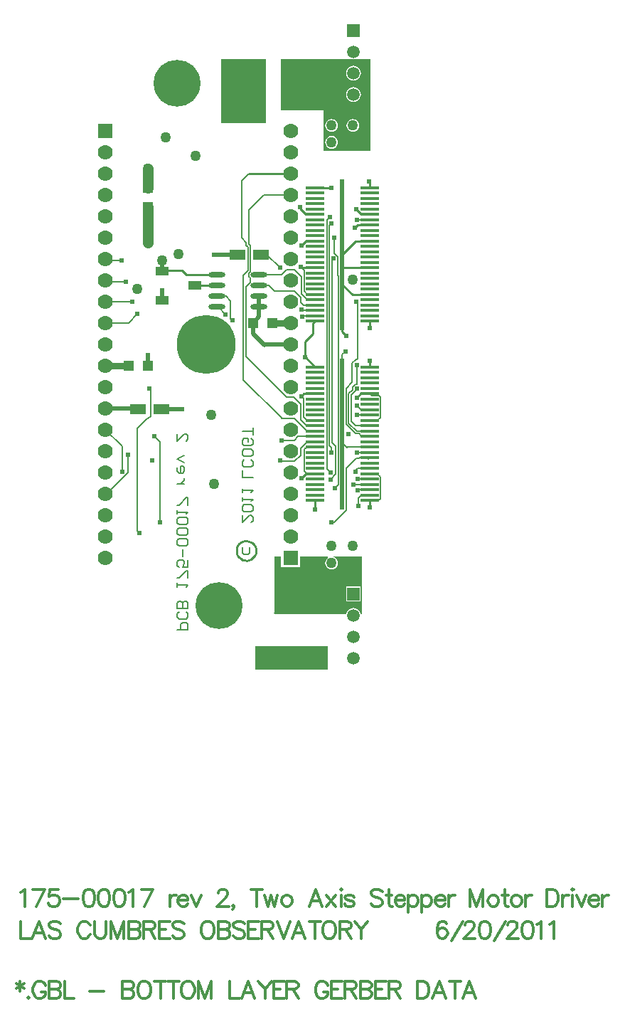
<source format=gbl>
%FSLAX23Y23*%
%MOIN*%
G70*
G01*
G75*
G04 Layer_Physical_Order=6*
G04 Layer_Color=16711680*
%ADD10R,0.079X0.236*%
%ADD11C,0.008*%
%ADD12C,0.007*%
%ADD13C,0.050*%
%ADD14C,0.020*%
%ADD15C,0.012*%
%ADD16C,0.012*%
%ADD17C,0.012*%
%ADD18R,0.070X0.070*%
%ADD19C,0.070*%
%ADD20C,0.219*%
%ADD21C,0.276*%
%ADD22C,0.059*%
%ADD23R,0.059X0.059*%
%ADD24C,0.050*%
%ADD25C,0.024*%
%ADD26C,0.040*%
%ADD27C,0.080*%
G04:AMPARAMS|DCode=28|XSize=100mil|YSize=100mil|CornerRadius=0mil|HoleSize=0mil|Usage=FLASHONLY|Rotation=0.000|XOffset=0mil|YOffset=0mil|HoleType=Round|Shape=Relief|Width=10mil|Gap=10mil|Entries=4|*
%AMTHD28*
7,0,0,0.100,0.080,0.010,45*
%
%ADD28THD28*%
%ADD29C,0.206*%
%ADD30C,0.197*%
%ADD31C,0.075*%
G04:AMPARAMS|DCode=32|XSize=85mil|YSize=85mil|CornerRadius=0mil|HoleSize=0mil|Usage=FLASHONLY|Rotation=0.000|XOffset=0mil|YOffset=0mil|HoleType=Round|Shape=Relief|Width=10mil|Gap=10mil|Entries=4|*
%AMTHD32*
7,0,0,0.085,0.065,0.010,45*
%
%ADD32THD32*%
%ADD33C,0.065*%
G04:AMPARAMS|DCode=34|XSize=70mil|YSize=70mil|CornerRadius=0mil|HoleSize=0mil|Usage=FLASHONLY|Rotation=0.000|XOffset=0mil|YOffset=0mil|HoleType=Round|Shape=Relief|Width=10mil|Gap=10mil|Entries=4|*
%AMTHD34*
7,0,0,0.070,0.050,0.010,45*
%
%ADD34THD34*%
%ADD35C,0.068*%
G04:AMPARAMS|DCode=36|XSize=88mil|YSize=88mil|CornerRadius=0mil|HoleSize=0mil|Usage=FLASHONLY|Rotation=0.000|XOffset=0mil|YOffset=0mil|HoleType=Round|Shape=Relief|Width=10mil|Gap=10mil|Entries=4|*
%AMTHD36*
7,0,0,0.088,0.068,0.010,45*
%
%ADD36THD36*%
%ADD37C,0.075*%
%ADD38C,0.010*%
%ADD39R,0.094X0.130*%
%ADD40R,0.050X0.050*%
%ADD41R,0.078X0.048*%
%ADD42R,0.050X0.050*%
%ADD43R,0.059X0.039*%
%ADD44R,0.085X0.016*%
%ADD45R,0.020X0.709*%
%ADD46R,0.130X0.094*%
%ADD47O,0.079X0.024*%
%ADD48C,0.005*%
%ADD49C,0.030*%
G36*
X32618Y20551D02*
X32612D01*
X32611Y20555D01*
X32608Y20563D01*
X32602Y20571D01*
X32595Y20576D01*
X32587Y20580D01*
X32578Y20581D01*
X32569Y20580D01*
X32560Y20576D01*
X32553Y20571D01*
X32548Y20563D01*
X32544Y20555D01*
X32544Y20551D01*
X32212D01*
X32205Y20558D01*
X32208Y20560D01*
Y20821D01*
X32238D01*
Y20771D01*
X32327D01*
Y20821D01*
X32458D01*
X32459Y20816D01*
X32454Y20813D01*
X32450Y20806D01*
X32447Y20799D01*
X32445Y20791D01*
X32447Y20783D01*
X32450Y20776D01*
X32454Y20770D01*
X32461Y20765D01*
X32468Y20762D01*
X32476Y20761D01*
X32484Y20762D01*
X32491Y20765D01*
X32497Y20770D01*
X32502Y20776D01*
X32505Y20783D01*
X32506Y20791D01*
X32505Y20799D01*
X32502Y20806D01*
X32497Y20813D01*
X32491Y20817D01*
X32484Y20820D01*
Y20820D01*
X32484D01*
X32484Y20820D01*
Y20820D01*
X32484Y20821D01*
X32618D01*
Y20551D01*
D02*
G37*
G36*
X32658Y22721D02*
X32438D01*
Y22911D01*
X32238D01*
Y23151D01*
X32658D01*
Y22721D01*
D02*
G37*
G36*
X32168Y22851D02*
X31958D01*
Y23151D01*
X32168D01*
Y22851D01*
D02*
G37*
G36*
X32458Y20291D02*
X32118D01*
Y20401D01*
X32458D01*
Y20291D01*
D02*
G37*
%LPC*%
G36*
X32612Y20681D02*
X32543D01*
Y20612D01*
X32612D01*
Y20681D01*
D02*
G37*
G36*
X32476Y22792D02*
X32468Y22791D01*
X32461Y22788D01*
X32454Y22783D01*
X32450Y22777D01*
X32447Y22770D01*
X32445Y22762D01*
X32447Y22754D01*
X32450Y22747D01*
X32454Y22740D01*
X32461Y22736D01*
X32468Y22733D01*
X32476Y22731D01*
X32484Y22733D01*
X32491Y22736D01*
X32497Y22740D01*
X32502Y22747D01*
X32505Y22754D01*
X32506Y22762D01*
X32505Y22770D01*
X32502Y22777D01*
X32497Y22783D01*
X32491Y22788D01*
X32484Y22791D01*
X32476Y22792D01*
D02*
G37*
G36*
X32578Y23021D02*
X32569Y23020D01*
X32560Y23016D01*
X32553Y23011D01*
X32548Y23003D01*
X32544Y22995D01*
X32543Y22986D01*
X32544Y22977D01*
X32548Y22969D01*
X32553Y22961D01*
X32560Y22956D01*
X32569Y22952D01*
X32578Y22951D01*
X32587Y22952D01*
X32595Y22956D01*
X32602Y22961D01*
X32608Y22969D01*
X32611Y22977D01*
X32613Y22986D01*
X32611Y22995D01*
X32608Y23003D01*
X32602Y23011D01*
X32595Y23016D01*
X32587Y23020D01*
X32578Y23021D01*
D02*
G37*
G36*
Y23121D02*
X32569Y23120D01*
X32560Y23116D01*
X32553Y23111D01*
X32548Y23103D01*
X32544Y23095D01*
X32543Y23086D01*
X32544Y23077D01*
X32548Y23069D01*
X32553Y23061D01*
X32560Y23056D01*
X32569Y23052D01*
X32578Y23051D01*
X32587Y23052D01*
X32595Y23056D01*
X32602Y23061D01*
X32608Y23069D01*
X32611Y23077D01*
X32613Y23086D01*
X32611Y23095D01*
X32608Y23103D01*
X32602Y23111D01*
X32595Y23116D01*
X32587Y23120D01*
X32578Y23121D01*
D02*
G37*
G36*
X32476Y22871D02*
X32468Y22870D01*
X32461Y22867D01*
X32454Y22863D01*
X32450Y22856D01*
X32447Y22849D01*
X32445Y22841D01*
X32447Y22833D01*
X32450Y22826D01*
X32454Y22820D01*
X32461Y22815D01*
X32468Y22812D01*
X32476Y22811D01*
X32484Y22812D01*
X32491Y22815D01*
X32497Y22820D01*
X32502Y22826D01*
X32505Y22833D01*
X32506Y22841D01*
X32505Y22849D01*
X32502Y22856D01*
X32497Y22863D01*
X32491Y22867D01*
X32484Y22870D01*
X32476Y22871D01*
D02*
G37*
G36*
X32576D02*
X32568Y22870D01*
X32561Y22867D01*
X32554Y22863D01*
X32550Y22856D01*
X32547Y22849D01*
X32545Y22841D01*
X32547Y22833D01*
X32550Y22826D01*
X32554Y22820D01*
X32561Y22815D01*
X32568Y22812D01*
X32576Y22811D01*
X32584Y22812D01*
X32591Y22815D01*
X32597Y22820D01*
X32602Y22826D01*
X32605Y22833D01*
X32606Y22841D01*
X32605Y22849D01*
X32602Y22856D01*
X32597Y22863D01*
X32591Y22867D01*
X32584Y22870D01*
X32576Y22871D01*
D02*
G37*
%LPD*%
D11*
X32172Y22236D02*
X32233Y22175D01*
X32143Y22236D02*
X32172D01*
X32091Y20864D02*
Y20839D01*
X32083Y20831D01*
X32066D01*
X32058Y20839D01*
Y20864D01*
Y21014D02*
Y20981D01*
X32091Y21014D01*
X32099D01*
X32108Y21006D01*
Y20989D01*
X32099Y20981D01*
Y21031D02*
X32108Y21039D01*
Y21056D01*
X32099Y21064D01*
X32066D01*
X32058Y21056D01*
Y21039D01*
X32066Y21031D01*
X32099D01*
X32058Y21081D02*
Y21098D01*
Y21089D01*
X32108D01*
X32099Y21081D01*
X32058Y21123D02*
Y21139D01*
Y21131D01*
X32108D01*
X32099Y21123D01*
X32108Y21191D02*
X32058D01*
Y21224D01*
X32099Y21274D02*
X32108Y21266D01*
Y21249D01*
X32099Y21241D01*
X32066D01*
X32058Y21249D01*
Y21266D01*
X32066Y21274D01*
X32108Y21316D02*
Y21299D01*
X32099Y21291D01*
X32066D01*
X32058Y21299D01*
Y21316D01*
X32066Y21324D01*
X32099D01*
X32108Y21316D01*
X32099Y21374D02*
X32108Y21366D01*
Y21349D01*
X32099Y21341D01*
X32066D01*
X32058Y21349D01*
Y21366D01*
X32066Y21374D01*
X32083D01*
Y21358D01*
X32108Y21391D02*
Y21424D01*
Y21408D01*
X32058D01*
X31752Y20480D02*
X31802D01*
Y20505D01*
X31793Y20513D01*
X31777D01*
X31768Y20505D01*
Y20480D01*
X31793Y20563D02*
X31802Y20555D01*
Y20538D01*
X31793Y20530D01*
X31760D01*
X31752Y20538D01*
Y20555D01*
X31760Y20563D01*
X31802Y20580D02*
X31752D01*
Y20605D01*
X31760Y20613D01*
X31768D01*
X31777Y20605D01*
Y20580D01*
Y20605D01*
X31785Y20613D01*
X31793D01*
X31802Y20605D01*
Y20580D01*
X31752Y20680D02*
Y20697D01*
Y20688D01*
X31802D01*
X31793Y20680D01*
X31802Y20722D02*
Y20755D01*
X31793D01*
X31760Y20722D01*
X31752D01*
X31802Y20805D02*
Y20772D01*
X31777D01*
X31785Y20788D01*
Y20797D01*
X31777Y20805D01*
X31760D01*
X31752Y20797D01*
Y20780D01*
X31760Y20772D01*
X31777Y20822D02*
Y20855D01*
X31793Y20872D02*
X31802Y20880D01*
Y20897D01*
X31793Y20905D01*
X31760D01*
X31752Y20897D01*
Y20880D01*
X31760Y20872D01*
X31793D01*
Y20922D02*
X31802Y20930D01*
Y20947D01*
X31793Y20955D01*
X31760D01*
X31752Y20947D01*
Y20930D01*
X31760Y20922D01*
X31793D01*
Y20972D02*
X31802Y20980D01*
Y20997D01*
X31793Y21005D01*
X31760D01*
X31752Y20997D01*
Y20980D01*
X31760Y20972D01*
X31793D01*
X31752Y21022D02*
Y21038D01*
Y21030D01*
X31802D01*
X31793Y21022D01*
X31802Y21063D02*
Y21097D01*
X31793D01*
X31760Y21063D01*
X31752D01*
X31785Y21163D02*
X31752D01*
X31768D01*
X31777Y21172D01*
X31785Y21180D01*
Y21188D01*
X31752Y21238D02*
Y21221D01*
X31760Y21213D01*
X31777D01*
X31785Y21221D01*
Y21238D01*
X31777Y21246D01*
X31768D01*
Y21213D01*
X31785Y21263D02*
X31752Y21280D01*
X31785Y21296D01*
X31752Y21396D02*
Y21363D01*
X31785Y21396D01*
X31793D01*
X31802Y21388D01*
Y21371D01*
X31793Y21363D01*
D12*
X31521Y21216D02*
Y21300D01*
X31421Y21116D02*
X31521Y21216D01*
X31416Y21116D02*
X31421D01*
X31645Y21385D02*
X31670Y21360D01*
Y20981D02*
Y21360D01*
X32159Y22516D02*
X32283D01*
X32088Y22445D02*
X32159Y22516D01*
X32298Y21568D02*
X32331Y21536D01*
Y21496D02*
Y21536D01*
X32330Y21495D02*
X32331Y21496D01*
X32330Y21461D02*
Y21495D01*
Y21461D02*
X32357Y21434D01*
X32333Y21977D02*
X32336Y21974D01*
X32333Y21977D02*
Y21979D01*
X32339Y21945D02*
X32343Y21949D01*
X32398D01*
X32599Y21184D02*
X32599Y21184D01*
X32002Y21936D02*
X32010Y21928D01*
X32526Y21768D02*
X32541Y21782D01*
X32526Y21396D02*
Y21768D01*
X31627Y21479D02*
Y21603D01*
X31622Y21608D02*
X31627Y21603D01*
X31615Y21467D02*
X31627Y21479D01*
X31612Y21467D02*
X31615D01*
X31566Y21421D02*
X31612Y21467D01*
X31566Y20941D02*
Y21421D01*
X32279Y22064D02*
X32302D01*
X32208D02*
X32232D01*
X32279D01*
X32181Y22091D02*
X32208Y22064D01*
X32136Y22091D02*
X32181D01*
X32054Y22314D02*
X32076Y22292D01*
Y22279D02*
Y22292D01*
Y22279D02*
X32083Y22272D01*
Y22161D02*
Y22272D01*
X32088Y22284D02*
X32095Y22277D01*
X32054Y22314D02*
Y22583D01*
X32062Y21648D02*
X32243Y21468D01*
X32062Y21648D02*
Y22140D01*
X32083Y22161D01*
X32054Y22583D02*
X32088Y22616D01*
X32094Y22105D02*
Y22127D01*
X32095Y22156D02*
Y22277D01*
X32263Y21568D02*
X32298D01*
X32074Y21757D02*
X32263Y21568D01*
X32074Y21757D02*
Y22085D01*
X32094Y22105D01*
X32088Y22133D02*
X32094Y22127D01*
X32088Y22133D02*
Y22149D01*
X32095Y22156D01*
X32088Y22284D02*
Y22445D01*
X31416Y22216D02*
X31424Y22208D01*
X31490D01*
X31416Y22116D02*
X31424Y22108D01*
X31511D01*
X31416Y22016D02*
X31417Y22015D01*
X31542D01*
X31416Y21916D02*
X31523D01*
X31563Y21957D01*
X31566Y20941D02*
X31576Y20932D01*
X32476Y20981D02*
X32488D01*
X32544Y21037D01*
X31416Y21416D02*
X31494Y21339D01*
Y21218D02*
Y21339D01*
X32507Y21158D02*
Y21190D01*
X32492Y21143D02*
X32507Y21158D01*
X32578Y21159D02*
X32578Y21159D01*
X32653D01*
X32587Y21218D02*
Y21224D01*
X32597Y21234D01*
X32544Y21037D02*
Y21236D01*
X32597Y21234D02*
X32597Y21234D01*
X32653D01*
X32544Y21236D02*
X32591Y21283D01*
X32604D01*
X32605Y21284D01*
X32653D01*
X31939Y22041D02*
X31980D01*
X32002Y22019D01*
Y21936D02*
Y22019D01*
X31939Y21991D02*
X31943D01*
X31979Y21955D01*
X32336Y21974D02*
X32398D01*
X32242Y21467D02*
X32243Y21468D01*
X32241Y21365D02*
X32242Y21366D01*
X31634Y21273D02*
X31636Y21271D01*
X32240Y21268D02*
X32240Y21268D01*
X32593Y21530D02*
X32614Y21509D01*
X32653D01*
X32601Y21484D02*
X32653D01*
X32556Y21446D02*
Y21584D01*
X32544Y21441D02*
Y21610D01*
X32568Y21579D02*
X32595Y21606D01*
X32568Y21455D02*
Y21579D01*
Y21455D02*
X32589Y21434D01*
X32653D01*
X32603Y21397D02*
X32616Y21384D01*
X32588Y21397D02*
X32603D01*
X32544Y21441D02*
X32588Y21397D01*
X32593Y21409D02*
X32653D01*
X32556Y21446D02*
X32593Y21409D01*
X32616Y21384D02*
X32653D01*
X32556Y21584D02*
X32573Y21602D01*
X32544Y21610D02*
X32572Y21639D01*
X32597Y21134D02*
X32597Y21134D01*
X32653D01*
X32507Y21190D02*
Y22138D01*
X32506Y22139D02*
X32507Y22138D01*
X32506Y22139D02*
Y22226D01*
X32489Y22243D02*
X32506Y22226D01*
X32489Y22243D02*
Y22316D01*
X32477Y22208D02*
X32486Y22217D01*
X32477Y21354D02*
Y22208D01*
Y21354D02*
X32494Y21337D01*
Y21328D02*
Y21337D01*
Y21328D02*
X32494Y21328D01*
Y21207D02*
Y21328D01*
X32471Y21183D02*
X32494Y21207D01*
X32599Y21184D02*
X32653D01*
X32465Y22374D02*
X32474Y22383D01*
X32476D01*
X32465Y21342D02*
Y22374D01*
Y21342D02*
X32474Y21333D01*
Y21307D02*
Y21333D01*
X32573Y21602D02*
Y21616D01*
X32653Y22399D02*
X32653Y22399D01*
X32593Y22399D02*
X32653D01*
X32453Y22398D02*
X32468Y22413D01*
X32453Y21233D02*
Y22398D01*
Y21233D02*
X32470Y21216D01*
X32597Y21749D02*
Y22014D01*
X32592D02*
X32597D01*
X32589Y21741D02*
X32597Y21749D01*
X32587Y21741D02*
X32589D01*
X32572Y21727D02*
X32587Y21741D01*
X32572Y21639D02*
Y21727D01*
X32593Y21717D02*
X32595Y21719D01*
X32593Y21629D02*
Y21717D01*
X32587Y21629D02*
X32593D01*
X32573Y21616D02*
X32587Y21629D01*
X32594Y21607D02*
X32595Y21606D01*
X32240Y21268D02*
X32302D01*
X32331Y21296D01*
Y21328D01*
X32361Y21359D01*
X32398D01*
X32242Y21366D02*
X32301D01*
X32318Y21384D01*
X32398D01*
X32243Y21468D02*
X32302D01*
X32361Y21409D01*
X32398D01*
X32357Y21434D02*
X32398D01*
X32526Y21355D02*
Y21396D01*
Y21355D02*
X32548Y21333D01*
X32549Y21334D01*
X32653D01*
X32651Y21309D02*
X32654Y21312D01*
X32595Y21309D02*
X32651D01*
X32594Y21308D02*
X32595Y21309D01*
X32654Y21309D02*
Y21312D01*
X32653Y21309D02*
X32654Y21309D01*
X32648Y21279D02*
X32653Y21284D01*
X32616Y21234D02*
X32653D01*
X32616Y21184D02*
X32653D01*
X32614Y21159D02*
X32653D01*
X32602Y21059D02*
Y21095D01*
X32616Y21109D01*
X32653D01*
X32136Y22141D02*
X32240D01*
X32263Y22164D01*
X32302D01*
X32335Y22131D01*
Y22117D02*
Y22131D01*
X32334Y22116D02*
X32335Y22117D01*
X32334Y22051D02*
Y22116D01*
Y22051D02*
X32361Y22024D01*
X32398D01*
X32331Y22012D02*
X32344Y21999D01*
X32302Y22064D02*
X32331Y22036D01*
Y22012D02*
Y22036D01*
X32344Y21999D02*
X32398D01*
D13*
X31988Y22881D02*
Y22941D01*
X31613Y22549D02*
Y22640D01*
Y22293D02*
X31614Y22292D01*
X31613Y22293D02*
Y22459D01*
D14*
X31774Y21511D02*
X31775Y21512D01*
X31563Y21516D02*
X31568Y21511D01*
X31416Y21516D02*
X31563D01*
X31681Y22160D02*
X31681Y22160D01*
X31681Y22160D02*
Y22210D01*
X32166Y21816D02*
X32283D01*
X32161Y21811D02*
X32166Y21816D01*
X32108Y21864D02*
X32161Y21811D01*
X32108Y21864D02*
Y21916D01*
X31924Y22236D02*
X32033D01*
X32136Y21944D02*
Y21991D01*
X32108Y21916D02*
X32136Y21944D01*
Y21991D02*
Y22041D01*
X31681Y22068D02*
X31681Y22068D01*
Y22022D02*
Y22068D01*
X31775Y21511D02*
Y21512D01*
X31678Y21511D02*
X31774D01*
X31613Y21716D02*
Y21766D01*
D15*
X31016Y18832D02*
Y18786D01*
X30997Y18821D02*
X31035Y18798D01*
Y18821D02*
X30997Y18798D01*
X31055Y18760D02*
X31051Y18756D01*
X31055Y18752D01*
X31059Y18756D01*
X31055Y18760D01*
X31133Y18813D02*
X31130Y18821D01*
X31122Y18828D01*
X31114Y18832D01*
X31099D01*
X31092Y18828D01*
X31084Y18821D01*
X31080Y18813D01*
X31076Y18802D01*
Y18783D01*
X31080Y18771D01*
X31084Y18763D01*
X31092Y18756D01*
X31099Y18752D01*
X31114D01*
X31122Y18756D01*
X31130Y18763D01*
X31133Y18771D01*
Y18783D01*
X31114D02*
X31133D01*
X31152Y18832D02*
Y18752D01*
Y18832D02*
X31186D01*
X31197Y18828D01*
X31201Y18824D01*
X31205Y18817D01*
Y18809D01*
X31201Y18802D01*
X31197Y18798D01*
X31186Y18794D01*
X31152D02*
X31186D01*
X31197Y18790D01*
X31201Y18786D01*
X31205Y18779D01*
Y18767D01*
X31201Y18760D01*
X31197Y18756D01*
X31186Y18752D01*
X31152D01*
X31223Y18832D02*
Y18752D01*
X31269D01*
X31340Y18786D02*
X31409D01*
X31495Y18832D02*
Y18752D01*
Y18832D02*
X31530D01*
X31541Y18828D01*
X31545Y18824D01*
X31549Y18817D01*
Y18809D01*
X31545Y18802D01*
X31541Y18798D01*
X31530Y18794D01*
X31495D02*
X31530D01*
X31541Y18790D01*
X31545Y18786D01*
X31549Y18779D01*
Y18767D01*
X31545Y18760D01*
X31541Y18756D01*
X31530Y18752D01*
X31495D01*
X31589Y18832D02*
X31582Y18828D01*
X31574Y18821D01*
X31570Y18813D01*
X31567Y18802D01*
Y18783D01*
X31570Y18771D01*
X31574Y18763D01*
X31582Y18756D01*
X31589Y18752D01*
X31605D01*
X31612Y18756D01*
X31620Y18763D01*
X31624Y18771D01*
X31627Y18783D01*
Y18802D01*
X31624Y18813D01*
X31620Y18821D01*
X31612Y18828D01*
X31605Y18832D01*
X31589D01*
X31673D02*
Y18752D01*
X31646Y18832D02*
X31699D01*
X31736D02*
Y18752D01*
X31709Y18832D02*
X31762D01*
X31795D02*
X31787Y18828D01*
X31779Y18821D01*
X31776Y18813D01*
X31772Y18802D01*
Y18783D01*
X31776Y18771D01*
X31779Y18763D01*
X31787Y18756D01*
X31795Y18752D01*
X31810D01*
X31818Y18756D01*
X31825Y18763D01*
X31829Y18771D01*
X31833Y18783D01*
Y18802D01*
X31829Y18813D01*
X31825Y18821D01*
X31818Y18828D01*
X31810Y18832D01*
X31795D01*
X31851D02*
Y18752D01*
Y18832D02*
X31882Y18752D01*
X31912Y18832D02*
X31882Y18752D01*
X31912Y18832D02*
Y18752D01*
X31998Y18832D02*
Y18752D01*
X32044D01*
X32113D02*
X32083Y18832D01*
X32053Y18752D01*
X32064Y18779D02*
X32102D01*
X32132Y18832D02*
X32163Y18794D01*
Y18752D01*
X32193Y18832D02*
X32163Y18794D01*
X32253Y18832D02*
X32203D01*
Y18752D01*
X32253D01*
X32203Y18794D02*
X32234D01*
X32266Y18832D02*
Y18752D01*
Y18832D02*
X32300D01*
X32312Y18828D01*
X32316Y18824D01*
X32320Y18817D01*
Y18809D01*
X32316Y18802D01*
X32312Y18798D01*
X32300Y18794D01*
X32266D01*
X32293D02*
X32320Y18752D01*
X32457Y18813D02*
X32454Y18821D01*
X32446Y18828D01*
X32438Y18832D01*
X32423D01*
X32416Y18828D01*
X32408Y18821D01*
X32404Y18813D01*
X32400Y18802D01*
Y18783D01*
X32404Y18771D01*
X32408Y18763D01*
X32416Y18756D01*
X32423Y18752D01*
X32438D01*
X32446Y18756D01*
X32454Y18763D01*
X32457Y18771D01*
Y18783D01*
X32438D02*
X32457D01*
X32525Y18832D02*
X32476D01*
Y18752D01*
X32525D01*
X32476Y18794D02*
X32506D01*
X32539Y18832D02*
Y18752D01*
Y18832D02*
X32573D01*
X32584Y18828D01*
X32588Y18824D01*
X32592Y18817D01*
Y18809D01*
X32588Y18802D01*
X32584Y18798D01*
X32573Y18794D01*
X32539D01*
X32565D02*
X32592Y18752D01*
X32610Y18832D02*
Y18752D01*
Y18832D02*
X32644D01*
X32655Y18828D01*
X32659Y18824D01*
X32663Y18817D01*
Y18809D01*
X32659Y18802D01*
X32655Y18798D01*
X32644Y18794D01*
X32610D02*
X32644D01*
X32655Y18790D01*
X32659Y18786D01*
X32663Y18779D01*
Y18767D01*
X32659Y18760D01*
X32655Y18756D01*
X32644Y18752D01*
X32610D01*
X32730Y18832D02*
X32681D01*
Y18752D01*
X32730D01*
X32681Y18794D02*
X32711D01*
X32744Y18832D02*
Y18752D01*
Y18832D02*
X32778D01*
X32790Y18828D01*
X32793Y18824D01*
X32797Y18817D01*
Y18809D01*
X32793Y18802D01*
X32790Y18798D01*
X32778Y18794D01*
X32744D01*
X32770D02*
X32797Y18752D01*
X32878Y18832D02*
Y18752D01*
Y18832D02*
X32905D01*
X32916Y18828D01*
X32924Y18821D01*
X32927Y18813D01*
X32931Y18802D01*
Y18783D01*
X32927Y18771D01*
X32924Y18763D01*
X32916Y18756D01*
X32905Y18752D01*
X32878D01*
X33010D02*
X32980Y18832D01*
X32949Y18752D01*
X32961Y18779D02*
X32999D01*
X33055Y18832D02*
Y18752D01*
X33029Y18832D02*
X33082D01*
X33152Y18752D02*
X33122Y18832D01*
X33092Y18752D01*
X33103Y18779D02*
X33141D01*
D16*
X31018Y19113D02*
Y19033D01*
X31063D01*
X31133D02*
X31103Y19113D01*
X31072Y19033D01*
X31084Y19059D02*
X31122D01*
X31205Y19101D02*
X31198Y19109D01*
X31186Y19113D01*
X31171D01*
X31159Y19109D01*
X31152Y19101D01*
Y19094D01*
X31156Y19086D01*
X31159Y19082D01*
X31167Y19078D01*
X31190Y19071D01*
X31198Y19067D01*
X31201Y19063D01*
X31205Y19055D01*
Y19044D01*
X31198Y19036D01*
X31186Y19033D01*
X31171D01*
X31159Y19036D01*
X31152Y19044D01*
X31343Y19094D02*
X31339Y19101D01*
X31332Y19109D01*
X31324Y19113D01*
X31309D01*
X31301Y19109D01*
X31294Y19101D01*
X31290Y19094D01*
X31286Y19082D01*
Y19063D01*
X31290Y19052D01*
X31294Y19044D01*
X31301Y19036D01*
X31309Y19033D01*
X31324D01*
X31332Y19036D01*
X31339Y19044D01*
X31343Y19052D01*
X31366Y19113D02*
Y19055D01*
X31369Y19044D01*
X31377Y19036D01*
X31388Y19033D01*
X31396D01*
X31407Y19036D01*
X31415Y19044D01*
X31419Y19055D01*
Y19113D01*
X31441D02*
Y19033D01*
Y19113D02*
X31471Y19033D01*
X31502Y19113D02*
X31471Y19033D01*
X31502Y19113D02*
Y19033D01*
X31525Y19113D02*
Y19033D01*
Y19113D02*
X31559D01*
X31570Y19109D01*
X31574Y19105D01*
X31578Y19097D01*
Y19090D01*
X31574Y19082D01*
X31570Y19078D01*
X31559Y19075D01*
X31525D02*
X31559D01*
X31570Y19071D01*
X31574Y19067D01*
X31578Y19059D01*
Y19048D01*
X31574Y19040D01*
X31570Y19036D01*
X31559Y19033D01*
X31525D01*
X31596Y19113D02*
Y19033D01*
Y19113D02*
X31630D01*
X31642Y19109D01*
X31645Y19105D01*
X31649Y19097D01*
Y19090D01*
X31645Y19082D01*
X31642Y19078D01*
X31630Y19075D01*
X31596D01*
X31623D02*
X31649Y19033D01*
X31717Y19113D02*
X31667D01*
Y19033D01*
X31717D01*
X31667Y19075D02*
X31698D01*
X31783Y19101D02*
X31776Y19109D01*
X31764Y19113D01*
X31749D01*
X31738Y19109D01*
X31730Y19101D01*
Y19094D01*
X31734Y19086D01*
X31738Y19082D01*
X31745Y19078D01*
X31768Y19071D01*
X31776Y19067D01*
X31780Y19063D01*
X31783Y19055D01*
Y19044D01*
X31776Y19036D01*
X31764Y19033D01*
X31749D01*
X31738Y19036D01*
X31730Y19044D01*
X31887Y19113D02*
X31879Y19109D01*
X31872Y19101D01*
X31868Y19094D01*
X31864Y19082D01*
Y19063D01*
X31868Y19052D01*
X31872Y19044D01*
X31879Y19036D01*
X31887Y19033D01*
X31902D01*
X31910Y19036D01*
X31917Y19044D01*
X31921Y19052D01*
X31925Y19063D01*
Y19082D01*
X31921Y19094D01*
X31917Y19101D01*
X31910Y19109D01*
X31902Y19113D01*
X31887D01*
X31944D02*
Y19033D01*
Y19113D02*
X31978D01*
X31989Y19109D01*
X31993Y19105D01*
X31997Y19097D01*
Y19090D01*
X31993Y19082D01*
X31989Y19078D01*
X31978Y19075D01*
X31944D02*
X31978D01*
X31989Y19071D01*
X31993Y19067D01*
X31997Y19059D01*
Y19048D01*
X31993Y19040D01*
X31989Y19036D01*
X31978Y19033D01*
X31944D01*
X32068Y19101D02*
X32061Y19109D01*
X32049Y19113D01*
X32034D01*
X32023Y19109D01*
X32015Y19101D01*
Y19094D01*
X32019Y19086D01*
X32023Y19082D01*
X32030Y19078D01*
X32053Y19071D01*
X32061Y19067D01*
X32064Y19063D01*
X32068Y19055D01*
Y19044D01*
X32061Y19036D01*
X32049Y19033D01*
X32034D01*
X32023Y19036D01*
X32015Y19044D01*
X32136Y19113D02*
X32086D01*
Y19033D01*
X32136D01*
X32086Y19075D02*
X32117D01*
X32149Y19113D02*
Y19033D01*
Y19113D02*
X32183D01*
X32195Y19109D01*
X32198Y19105D01*
X32202Y19097D01*
Y19090D01*
X32198Y19082D01*
X32195Y19078D01*
X32183Y19075D01*
X32149D01*
X32176D02*
X32202Y19033D01*
X32220Y19113D02*
X32251Y19033D01*
X32281Y19113D02*
X32251Y19033D01*
X32352D02*
X32322Y19113D01*
X32291Y19033D01*
X32303Y19059D02*
X32341D01*
X32398Y19113D02*
Y19033D01*
X32371Y19113D02*
X32424D01*
X32457D02*
X32449Y19109D01*
X32441Y19101D01*
X32438Y19094D01*
X32434Y19082D01*
Y19063D01*
X32438Y19052D01*
X32441Y19044D01*
X32449Y19036D01*
X32457Y19033D01*
X32472D01*
X32480Y19036D01*
X32487Y19044D01*
X32491Y19052D01*
X32495Y19063D01*
Y19082D01*
X32491Y19094D01*
X32487Y19101D01*
X32480Y19109D01*
X32472Y19113D01*
X32457D01*
X32513D02*
Y19033D01*
Y19113D02*
X32548D01*
X32559Y19109D01*
X32563Y19105D01*
X32567Y19097D01*
Y19090D01*
X32563Y19082D01*
X32559Y19078D01*
X32548Y19075D01*
X32513D01*
X32540D02*
X32567Y19033D01*
X32585Y19113D02*
X32615Y19075D01*
Y19033D01*
X32646Y19113D02*
X32615Y19075D01*
X33016Y19101D02*
X33012Y19109D01*
X33001Y19113D01*
X32993D01*
X32982Y19109D01*
X32974Y19097D01*
X32970Y19078D01*
Y19059D01*
X32974Y19044D01*
X32982Y19036D01*
X32993Y19033D01*
X32997D01*
X33008Y19036D01*
X33016Y19044D01*
X33020Y19055D01*
Y19059D01*
X33016Y19071D01*
X33008Y19078D01*
X32997Y19082D01*
X32993D01*
X32982Y19078D01*
X32974Y19071D01*
X32970Y19059D01*
X33037Y19021D02*
X33090Y19113D01*
X33100Y19094D02*
Y19097D01*
X33103Y19105D01*
X33107Y19109D01*
X33115Y19113D01*
X33130D01*
X33138Y19109D01*
X33142Y19105D01*
X33145Y19097D01*
Y19090D01*
X33142Y19082D01*
X33134Y19071D01*
X33096Y19033D01*
X33149D01*
X33190Y19113D02*
X33178Y19109D01*
X33171Y19097D01*
X33167Y19078D01*
Y19067D01*
X33171Y19048D01*
X33178Y19036D01*
X33190Y19033D01*
X33198D01*
X33209Y19036D01*
X33217Y19048D01*
X33220Y19067D01*
Y19078D01*
X33217Y19097D01*
X33209Y19109D01*
X33198Y19113D01*
X33190D01*
X33238Y19021D02*
X33292Y19113D01*
X33301Y19094D02*
Y19097D01*
X33305Y19105D01*
X33308Y19109D01*
X33316Y19113D01*
X33331D01*
X33339Y19109D01*
X33343Y19105D01*
X33346Y19097D01*
Y19090D01*
X33343Y19082D01*
X33335Y19071D01*
X33297Y19033D01*
X33350D01*
X33391Y19113D02*
X33380Y19109D01*
X33372Y19097D01*
X33368Y19078D01*
Y19067D01*
X33372Y19048D01*
X33380Y19036D01*
X33391Y19033D01*
X33399D01*
X33410Y19036D01*
X33418Y19048D01*
X33421Y19067D01*
Y19078D01*
X33418Y19097D01*
X33410Y19109D01*
X33399Y19113D01*
X33391D01*
X33439Y19097D02*
X33447Y19101D01*
X33458Y19113D01*
Y19033D01*
X33498Y19097D02*
X33506Y19101D01*
X33517Y19113D01*
Y19033D01*
D17*
X31018Y19247D02*
X31025Y19251D01*
X31037Y19263D01*
Y19183D01*
X31130Y19263D02*
X31092Y19183D01*
X31076Y19263D02*
X31130D01*
X31193D02*
X31155D01*
X31151Y19228D01*
X31155Y19232D01*
X31167Y19236D01*
X31178D01*
X31190Y19232D01*
X31197Y19225D01*
X31201Y19213D01*
Y19205D01*
X31197Y19194D01*
X31190Y19186D01*
X31178Y19183D01*
X31167D01*
X31155Y19186D01*
X31151Y19190D01*
X31148Y19198D01*
X31219Y19217D02*
X31287D01*
X31334Y19263D02*
X31322Y19259D01*
X31315Y19247D01*
X31311Y19228D01*
Y19217D01*
X31315Y19198D01*
X31322Y19186D01*
X31334Y19183D01*
X31342D01*
X31353Y19186D01*
X31361Y19198D01*
X31364Y19217D01*
Y19228D01*
X31361Y19247D01*
X31353Y19259D01*
X31342Y19263D01*
X31334D01*
X31405D02*
X31394Y19259D01*
X31386Y19247D01*
X31382Y19228D01*
Y19217D01*
X31386Y19198D01*
X31394Y19186D01*
X31405Y19183D01*
X31413D01*
X31424Y19186D01*
X31432Y19198D01*
X31436Y19217D01*
Y19228D01*
X31432Y19247D01*
X31424Y19259D01*
X31413Y19263D01*
X31405D01*
X31476D02*
X31465Y19259D01*
X31457Y19247D01*
X31454Y19228D01*
Y19217D01*
X31457Y19198D01*
X31465Y19186D01*
X31476Y19183D01*
X31484D01*
X31495Y19186D01*
X31503Y19198D01*
X31507Y19217D01*
Y19228D01*
X31503Y19247D01*
X31495Y19259D01*
X31484Y19263D01*
X31476D01*
X31525Y19247D02*
X31532Y19251D01*
X31544Y19263D01*
Y19183D01*
X31637Y19263D02*
X31599Y19183D01*
X31583Y19263D02*
X31637D01*
X31717Y19236D02*
Y19183D01*
Y19213D02*
X31721Y19225D01*
X31729Y19232D01*
X31736Y19236D01*
X31748D01*
X31755Y19213D02*
X31801D01*
Y19221D01*
X31797Y19228D01*
X31793Y19232D01*
X31786Y19236D01*
X31774D01*
X31767Y19232D01*
X31759Y19225D01*
X31755Y19213D01*
Y19205D01*
X31759Y19194D01*
X31767Y19186D01*
X31774Y19183D01*
X31786D01*
X31793Y19186D01*
X31801Y19194D01*
X31818Y19236D02*
X31841Y19183D01*
X31864Y19236D02*
X31841Y19183D01*
X31943Y19244D02*
Y19247D01*
X31947Y19255D01*
X31951Y19259D01*
X31959Y19263D01*
X31974D01*
X31981Y19259D01*
X31985Y19255D01*
X31989Y19247D01*
Y19240D01*
X31985Y19232D01*
X31978Y19221D01*
X31939Y19183D01*
X31993D01*
X32018Y19186D02*
X32015Y19183D01*
X32011Y19186D01*
X32015Y19190D01*
X32018Y19186D01*
Y19179D01*
X32015Y19171D01*
X32011Y19167D01*
X32125Y19263D02*
Y19183D01*
X32099Y19263D02*
X32152D01*
X32162Y19236D02*
X32177Y19183D01*
X32192Y19236D02*
X32177Y19183D01*
X32192Y19236D02*
X32207Y19183D01*
X32222Y19236D02*
X32207Y19183D01*
X32260Y19236D02*
X32253Y19232D01*
X32245Y19225D01*
X32241Y19213D01*
Y19205D01*
X32245Y19194D01*
X32253Y19186D01*
X32260Y19183D01*
X32272D01*
X32279Y19186D01*
X32287Y19194D01*
X32291Y19205D01*
Y19213D01*
X32287Y19225D01*
X32279Y19232D01*
X32272Y19236D01*
X32260D01*
X32432Y19183D02*
X32401Y19263D01*
X32371Y19183D01*
X32382Y19209D02*
X32421D01*
X32451Y19236D02*
X32493Y19183D01*
Y19236D02*
X32451Y19183D01*
X32517Y19263D02*
X32521Y19259D01*
X32525Y19263D01*
X32521Y19266D01*
X32517Y19263D01*
X32521Y19236D02*
Y19183D01*
X32581Y19225D02*
X32577Y19232D01*
X32565Y19236D01*
X32554D01*
X32542Y19232D01*
X32539Y19225D01*
X32542Y19217D01*
X32550Y19213D01*
X32569Y19209D01*
X32577Y19205D01*
X32581Y19198D01*
Y19194D01*
X32577Y19186D01*
X32565Y19183D01*
X32554D01*
X32542Y19186D01*
X32539Y19194D01*
X32713Y19251D02*
X32706Y19259D01*
X32694Y19263D01*
X32679D01*
X32668Y19259D01*
X32660Y19251D01*
Y19244D01*
X32664Y19236D01*
X32668Y19232D01*
X32675Y19228D01*
X32698Y19221D01*
X32706Y19217D01*
X32710Y19213D01*
X32713Y19205D01*
Y19194D01*
X32706Y19186D01*
X32694Y19183D01*
X32679D01*
X32668Y19186D01*
X32660Y19194D01*
X32743Y19263D02*
Y19198D01*
X32747Y19186D01*
X32754Y19183D01*
X32762D01*
X32731Y19236D02*
X32758D01*
X32773Y19213D02*
X32819D01*
Y19221D01*
X32815Y19228D01*
X32811Y19232D01*
X32804Y19236D01*
X32792D01*
X32785Y19232D01*
X32777Y19225D01*
X32773Y19213D01*
Y19205D01*
X32777Y19194D01*
X32785Y19186D01*
X32792Y19183D01*
X32804D01*
X32811Y19186D01*
X32819Y19194D01*
X32836Y19236D02*
Y19156D01*
Y19225D02*
X32844Y19232D01*
X32851Y19236D01*
X32863D01*
X32870Y19232D01*
X32878Y19225D01*
X32882Y19213D01*
Y19205D01*
X32878Y19194D01*
X32870Y19186D01*
X32863Y19183D01*
X32851D01*
X32844Y19186D01*
X32836Y19194D01*
X32899Y19236D02*
Y19156D01*
Y19225D02*
X32907Y19232D01*
X32914Y19236D01*
X32926D01*
X32933Y19232D01*
X32941Y19225D01*
X32945Y19213D01*
Y19205D01*
X32941Y19194D01*
X32933Y19186D01*
X32926Y19183D01*
X32914D01*
X32907Y19186D01*
X32899Y19194D01*
X32962Y19213D02*
X33007D01*
Y19221D01*
X33004Y19228D01*
X33000Y19232D01*
X32992Y19236D01*
X32981D01*
X32973Y19232D01*
X32966Y19225D01*
X32962Y19213D01*
Y19205D01*
X32966Y19194D01*
X32973Y19186D01*
X32981Y19183D01*
X32992D01*
X33000Y19186D01*
X33007Y19194D01*
X33025Y19236D02*
Y19183D01*
Y19213D02*
X33028Y19225D01*
X33036Y19232D01*
X33044Y19236D01*
X33055D01*
X33125Y19263D02*
Y19183D01*
Y19263D02*
X33156Y19183D01*
X33186Y19263D02*
X33156Y19183D01*
X33186Y19263D02*
Y19183D01*
X33228Y19236D02*
X33220Y19232D01*
X33213Y19225D01*
X33209Y19213D01*
Y19205D01*
X33213Y19194D01*
X33220Y19186D01*
X33228Y19183D01*
X33239D01*
X33247Y19186D01*
X33255Y19194D01*
X33258Y19205D01*
Y19213D01*
X33255Y19225D01*
X33247Y19232D01*
X33239Y19236D01*
X33228D01*
X33287Y19263D02*
Y19198D01*
X33291Y19186D01*
X33299Y19183D01*
X33306D01*
X33276Y19236D02*
X33303D01*
X33337D02*
X33329Y19232D01*
X33322Y19225D01*
X33318Y19213D01*
Y19205D01*
X33322Y19194D01*
X33329Y19186D01*
X33337Y19183D01*
X33348D01*
X33356Y19186D01*
X33364Y19194D01*
X33367Y19205D01*
Y19213D01*
X33364Y19225D01*
X33356Y19232D01*
X33348Y19236D01*
X33337D01*
X33385D02*
Y19183D01*
Y19213D02*
X33389Y19225D01*
X33396Y19232D01*
X33404Y19236D01*
X33415D01*
X33485Y19263D02*
Y19183D01*
Y19263D02*
X33512D01*
X33524Y19259D01*
X33531Y19251D01*
X33535Y19244D01*
X33539Y19232D01*
Y19213D01*
X33535Y19202D01*
X33531Y19194D01*
X33524Y19186D01*
X33512Y19183D01*
X33485D01*
X33557Y19236D02*
Y19183D01*
Y19213D02*
X33560Y19225D01*
X33568Y19232D01*
X33576Y19236D01*
X33587D01*
X33602Y19263D02*
X33606Y19259D01*
X33610Y19263D01*
X33606Y19266D01*
X33602Y19263D01*
X33606Y19236D02*
Y19183D01*
X33624Y19236D02*
X33647Y19183D01*
X33669Y19236D02*
X33647Y19183D01*
X33682Y19213D02*
X33728D01*
Y19221D01*
X33724Y19228D01*
X33720Y19232D01*
X33713Y19236D01*
X33701D01*
X33694Y19232D01*
X33686Y19225D01*
X33682Y19213D01*
Y19205D01*
X33686Y19194D01*
X33694Y19186D01*
X33701Y19183D01*
X33713D01*
X33720Y19186D01*
X33728Y19194D01*
X33745Y19236D02*
Y19183D01*
Y19213D02*
X33749Y19225D01*
X33757Y19232D01*
X33764Y19236D01*
X33776D01*
D18*
X31416Y22816D02*
D03*
X32283Y20816D02*
D03*
D19*
X31416Y22716D02*
D03*
Y22616D02*
D03*
Y22516D02*
D03*
Y22416D02*
D03*
Y22316D02*
D03*
Y22216D02*
D03*
Y22116D02*
D03*
Y22016D02*
D03*
Y21916D02*
D03*
Y21816D02*
D03*
Y21716D02*
D03*
Y21616D02*
D03*
Y21516D02*
D03*
Y21416D02*
D03*
Y21316D02*
D03*
Y21216D02*
D03*
Y21116D02*
D03*
Y21016D02*
D03*
Y20916D02*
D03*
Y20816D02*
D03*
X32283Y22816D02*
D03*
Y22716D02*
D03*
Y22616D02*
D03*
Y22516D02*
D03*
Y22416D02*
D03*
Y22316D02*
D03*
Y22216D02*
D03*
Y22116D02*
D03*
Y22016D02*
D03*
Y21916D02*
D03*
Y21816D02*
D03*
Y21716D02*
D03*
Y21616D02*
D03*
Y21516D02*
D03*
Y21416D02*
D03*
Y21316D02*
D03*
Y21216D02*
D03*
Y21116D02*
D03*
Y21016D02*
D03*
Y20916D02*
D03*
D20*
X31751Y23040D02*
D03*
X31948Y20591D02*
D03*
D03*
X31751Y23040D02*
D03*
D21*
X31889Y21816D02*
D03*
D22*
X32578Y20346D02*
D03*
Y20446D02*
D03*
Y20546D02*
D03*
Y22986D02*
D03*
Y23086D02*
D03*
Y23186D02*
D03*
D23*
Y20646D02*
D03*
Y23286D02*
D03*
D24*
X32576Y20871D02*
D03*
X32476D02*
D03*
Y20791D02*
D03*
X32576D02*
D03*
Y22841D02*
D03*
Y22761D02*
D03*
X32476Y22762D02*
D03*
Y22841D02*
D03*
X31988Y22881D02*
D03*
Y22941D02*
D03*
X31613Y22640D02*
D03*
X31614Y22292D02*
D03*
X31564Y22075D02*
D03*
X32573Y22118D02*
D03*
X31681Y22210D02*
D03*
X31698Y22784D02*
D03*
X31838Y22697D02*
D03*
X31757Y22237D02*
D03*
X31912Y21484D02*
D03*
X31926Y21162D02*
D03*
X32158Y20351D02*
D03*
X32228D02*
D03*
D25*
X32233Y22175D02*
D03*
X32335Y22280D02*
D03*
X31521Y21300D02*
D03*
X31645Y21385D02*
D03*
X32334Y21187D02*
D03*
X32333Y21979D02*
D03*
X32339Y21945D02*
D03*
X32598Y21186D02*
D03*
X32587Y21218D02*
D03*
X32578Y21159D02*
D03*
X32010Y21928D02*
D03*
X32541Y21782D02*
D03*
X32352Y21754D02*
D03*
X32586Y22363D02*
D03*
X32590Y22448D02*
D03*
X32652Y22577D02*
D03*
X32475Y22549D02*
D03*
X32328Y22460D02*
D03*
X32331Y22177D02*
D03*
X32544Y21856D02*
D03*
X32334Y21573D02*
D03*
X32399Y21042D02*
D03*
X32654Y21053D02*
D03*
X32593Y21565D02*
D03*
X32653Y21737D02*
D03*
X32654Y21892D02*
D03*
X31490Y22208D02*
D03*
X31511Y22108D02*
D03*
X31542Y22015D02*
D03*
X31563Y21957D02*
D03*
X31924Y22236D02*
D03*
X31681Y22068D02*
D03*
X31775Y21511D02*
D03*
X31613Y21766D02*
D03*
X31622Y21608D02*
D03*
X31576Y20932D02*
D03*
X32476Y20981D02*
D03*
X31670D02*
D03*
X32602Y21059D02*
D03*
X31494Y21218D02*
D03*
X32492Y21143D02*
D03*
X31979Y21955D02*
D03*
X32241Y21365D02*
D03*
X31634Y21273D02*
D03*
X32236Y21272D02*
D03*
X32555Y21395D02*
D03*
X32593Y21530D02*
D03*
X32595Y21484D02*
D03*
X32598Y21132D02*
D03*
X32489Y22316D02*
D03*
X32486Y22217D02*
D03*
X32471Y21183D02*
D03*
X32476Y22383D02*
D03*
X32474Y21307D02*
D03*
X32593Y22399D02*
D03*
X32468Y22413D02*
D03*
X32470Y21216D02*
D03*
X32592Y22014D02*
D03*
X32593Y21717D02*
D03*
X32594Y21607D02*
D03*
Y21308D02*
D03*
D38*
X32122Y20849D02*
X32121Y20859D01*
X32117Y20868D01*
X32112Y20877D01*
X32105Y20884D01*
X32097Y20890D01*
X32088Y20893D01*
X32078Y20895D01*
X32068Y20895D01*
X32059Y20892D01*
X32050Y20887D01*
X32042Y20881D01*
X32036Y20873D01*
X32032Y20864D01*
X32030Y20854D01*
Y20844D01*
X32032Y20834D01*
X32036Y20825D01*
X32042Y20817D01*
X32050Y20811D01*
X32059Y20806D01*
X32068Y20804D01*
X32078Y20803D01*
X32088Y20805D01*
X32097Y20808D01*
X32105Y20814D01*
X32112Y20821D01*
X32117Y20830D01*
X32121Y20839D01*
X32122Y20849D01*
X32354Y22299D02*
X32398D01*
X32334Y22174D02*
X32398D01*
X32335Y22280D02*
X32354Y22299D01*
X32526Y22175D02*
X32527Y22174D01*
X32526Y22175D02*
Y22236D01*
Y21874D02*
Y22094D01*
X32573Y22047D01*
X32356Y21209D02*
X32361D01*
X32088Y22616D02*
X32178D01*
X32334Y21187D02*
X32356Y21209D01*
X32388Y21914D02*
X32398Y21924D01*
X32388Y21866D02*
Y21914D01*
X32352Y21830D02*
X32388Y21866D01*
X32352Y21754D02*
Y21830D01*
X32526Y22236D02*
X32588Y22299D01*
X32653D01*
X32586Y22363D02*
X32597Y22374D01*
X32653D01*
X32590Y22448D02*
X32614Y22424D01*
X32653D01*
X32652Y22577D02*
X32653Y22576D01*
Y22549D02*
Y22576D01*
X32475Y22549D02*
X32475Y22549D01*
X32398Y22549D02*
X32475D01*
X32328Y22452D02*
Y22460D01*
Y22452D02*
X32356Y22424D01*
X32398D01*
X32331Y22177D02*
X32334Y22174D01*
X32526Y21874D02*
X32544Y21856D01*
X32352Y21754D02*
X32353D01*
X32398Y21709D01*
X32334Y21573D02*
X32345Y21584D01*
X32398D01*
Y21043D02*
X32399Y21042D01*
X32398Y21043D02*
Y21084D01*
X32653Y21054D02*
X32654Y21053D01*
X32653Y21054D02*
Y21084D01*
X32593Y21565D02*
X32612Y21584D01*
X32653D01*
X32653Y21737D02*
X32653Y21737D01*
Y21709D02*
Y21737D01*
X32526Y22094D02*
Y22175D01*
X32527Y22174D02*
X32653D01*
X32573Y22047D02*
X32651D01*
X32653Y22049D01*
Y21893D02*
X32654Y21892D01*
X32653Y21893D02*
Y21924D01*
X32178Y22616D02*
X32178Y22616D01*
X32283D01*
X31835Y22091D02*
X31939D01*
X31681Y22160D02*
X31682Y22161D01*
X31776D01*
X31796Y22141D01*
X31939D01*
D39*
X32342Y23055D02*
D03*
X32068D02*
D03*
D40*
X31613Y22459D02*
D03*
Y22549D02*
D03*
D41*
X32143Y22236D02*
D03*
X32033D02*
D03*
X31568Y21511D02*
D03*
X31678D02*
D03*
D42*
X31523Y21716D02*
D03*
X31613D02*
D03*
X32198Y21916D02*
D03*
X32108D02*
D03*
D43*
X31681Y22022D02*
D03*
X31835Y22091D02*
D03*
X31681Y22160D02*
D03*
D44*
X32398Y22549D02*
D03*
X32653D02*
D03*
X32398Y22449D02*
D03*
Y22474D02*
D03*
Y22499D02*
D03*
X32653Y22449D02*
D03*
Y22474D02*
D03*
Y22499D02*
D03*
X32398Y22374D02*
D03*
Y22399D02*
D03*
Y22424D02*
D03*
X32653Y22374D02*
D03*
Y22399D02*
D03*
Y22424D02*
D03*
X32398Y22299D02*
D03*
Y22324D02*
D03*
X32653Y22299D02*
D03*
Y22324D02*
D03*
X32398Y22224D02*
D03*
Y22249D02*
D03*
X32653Y22224D02*
D03*
Y22249D02*
D03*
X32398Y22149D02*
D03*
Y22174D02*
D03*
X32653Y22149D02*
D03*
Y22174D02*
D03*
X32398Y22049D02*
D03*
Y22074D02*
D03*
Y22099D02*
D03*
X32653Y22049D02*
D03*
Y22074D02*
D03*
Y22099D02*
D03*
X32398Y21974D02*
D03*
Y21999D02*
D03*
Y22024D02*
D03*
X32653Y21974D02*
D03*
Y21999D02*
D03*
Y22024D02*
D03*
X32398Y21924D02*
D03*
X32653D02*
D03*
X32398Y21659D02*
D03*
Y21684D02*
D03*
X32653Y21659D02*
D03*
Y21684D02*
D03*
X32398Y21584D02*
D03*
Y21609D02*
D03*
X32653Y21584D02*
D03*
Y21609D02*
D03*
X32398Y21509D02*
D03*
Y21534D02*
D03*
X32653Y21509D02*
D03*
Y21534D02*
D03*
X32398Y21409D02*
D03*
Y21434D02*
D03*
Y21459D02*
D03*
X32653Y21409D02*
D03*
Y21434D02*
D03*
Y21459D02*
D03*
X32398Y21334D02*
D03*
Y21359D02*
D03*
Y21384D02*
D03*
X32653Y21334D02*
D03*
Y21359D02*
D03*
Y21384D02*
D03*
X32398Y21259D02*
D03*
Y21284D02*
D03*
X32653Y21259D02*
D03*
Y21284D02*
D03*
X32398Y21184D02*
D03*
Y21209D02*
D03*
X32653Y21184D02*
D03*
Y21209D02*
D03*
X32398Y21109D02*
D03*
Y21134D02*
D03*
X32653Y21109D02*
D03*
Y21134D02*
D03*
X32398Y22524D02*
D03*
X32653D02*
D03*
X32398Y22124D02*
D03*
Y22199D02*
D03*
Y22274D02*
D03*
Y22349D02*
D03*
X32653Y22124D02*
D03*
Y22199D02*
D03*
Y22274D02*
D03*
Y22349D02*
D03*
X32398Y21949D02*
D03*
X32653D02*
D03*
X32398Y21484D02*
D03*
Y21559D02*
D03*
Y21634D02*
D03*
Y21709D02*
D03*
X32653Y21484D02*
D03*
Y21559D02*
D03*
Y21634D02*
D03*
Y21709D02*
D03*
X32398Y21159D02*
D03*
Y21234D02*
D03*
Y21309D02*
D03*
X32653Y21159D02*
D03*
Y21234D02*
D03*
Y21309D02*
D03*
X32398Y21084D02*
D03*
X32653D02*
D03*
D45*
X32526Y21396D02*
D03*
Y22236D02*
D03*
D46*
X32388Y20628D02*
D03*
Y20354D02*
D03*
D47*
X31939Y21991D02*
D03*
Y22041D02*
D03*
Y22091D02*
D03*
Y22141D02*
D03*
X32136Y21991D02*
D03*
Y22041D02*
D03*
Y22091D02*
D03*
Y22141D02*
D03*
D48*
X32331Y22177D02*
X32347Y22161D01*
X32348Y21221D02*
X32361Y21209D01*
X32346Y21474D02*
Y21561D01*
Y21474D02*
X32361Y21459D01*
X32335Y21572D02*
X32346Y21561D01*
X32361Y21459D02*
X32398D01*
X32347Y22065D02*
Y22161D01*
Y22065D02*
X32362Y22049D01*
X32398D01*
X32357Y21332D02*
X32396D01*
X32397Y21333D01*
X32348Y21324D02*
X32357Y21332D01*
X32348Y21221D02*
Y21324D01*
X32361Y21209D02*
X32398D01*
X32653Y21584D02*
X32663Y21574D01*
X32699D01*
X32703Y21570D01*
Y21473D02*
Y21570D01*
X32689Y21459D02*
X32703Y21473D01*
X32653Y21459D02*
X32689D01*
X32653Y21084D02*
X32696D01*
X32696Y21084D01*
X32703Y21091D01*
Y21195D01*
X32689Y21209D02*
X32703Y21195D01*
X32653Y21209D02*
X32689D01*
D49*
X31416Y21716D02*
X31417Y21716D01*
X31523D01*
X32282Y21916D02*
X32283Y21916D01*
X32198Y21916D02*
X32282D01*
M02*

</source>
